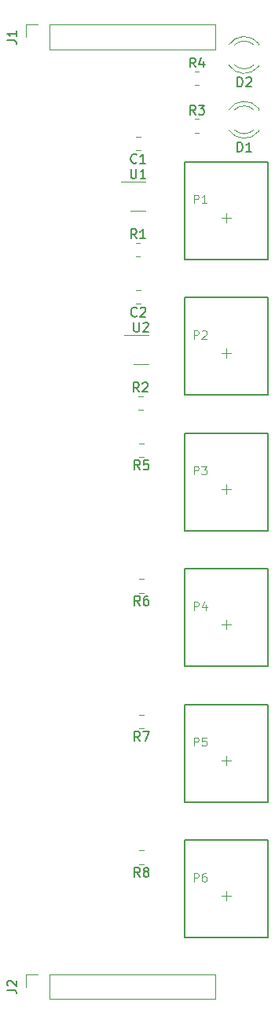
<source format=gbr>
%TF.GenerationSoftware,KiCad,Pcbnew,(6.0.10-0)*%
%TF.CreationDate,2023-01-16T20:28:56+10:30*%
%TF.ProjectId,BLE_Module_Front_Board,424c455f-4d6f-4647-956c-655f46726f6e,rev?*%
%TF.SameCoordinates,Original*%
%TF.FileFunction,Legend,Top*%
%TF.FilePolarity,Positive*%
%FSLAX46Y46*%
G04 Gerber Fmt 4.6, Leading zero omitted, Abs format (unit mm)*
G04 Created by KiCad (PCBNEW (6.0.10-0)) date 2023-01-16 20:28:56*
%MOMM*%
%LPD*%
G01*
G04 APERTURE LIST*
%ADD10C,0.080000*%
%ADD11C,0.150000*%
%ADD12C,0.127000*%
%ADD13C,0.120000*%
G04 APERTURE END LIST*
D10*
%TO.C,P6*%
X25046047Y-92801190D02*
X25046047Y-91881190D01*
X25396523Y-91881190D01*
X25484142Y-91925000D01*
X25527952Y-91968809D01*
X25571761Y-92056428D01*
X25571761Y-92187857D01*
X25527952Y-92275476D01*
X25484142Y-92319285D01*
X25396523Y-92363095D01*
X25046047Y-92363095D01*
X26360333Y-91881190D02*
X26185095Y-91881190D01*
X26097476Y-91925000D01*
X26053666Y-91968809D01*
X25966047Y-92100238D01*
X25922238Y-92275476D01*
X25922238Y-92625952D01*
X25966047Y-92713571D01*
X26009857Y-92757380D01*
X26097476Y-92801190D01*
X26272714Y-92801190D01*
X26360333Y-92757380D01*
X26404142Y-92713571D01*
X26447952Y-92625952D01*
X26447952Y-92406904D01*
X26404142Y-92319285D01*
X26360333Y-92275476D01*
X26272714Y-92231666D01*
X26097476Y-92231666D01*
X26009857Y-92275476D01*
X25966047Y-92319285D01*
X25922238Y-92406904D01*
D11*
%TO.C,C1*%
X18883333Y-15372142D02*
X18835714Y-15419761D01*
X18692857Y-15467380D01*
X18597619Y-15467380D01*
X18454761Y-15419761D01*
X18359523Y-15324523D01*
X18311904Y-15229285D01*
X18264285Y-15038809D01*
X18264285Y-14895952D01*
X18311904Y-14705476D01*
X18359523Y-14610238D01*
X18454761Y-14515000D01*
X18597619Y-14467380D01*
X18692857Y-14467380D01*
X18835714Y-14515000D01*
X18883333Y-14562619D01*
X19835714Y-15467380D02*
X19264285Y-15467380D01*
X19550000Y-15467380D02*
X19550000Y-14467380D01*
X19454761Y-14610238D01*
X19359523Y-14705476D01*
X19264285Y-14753095D01*
D10*
%TO.C,P3*%
X25046047Y-48986190D02*
X25046047Y-48066190D01*
X25396523Y-48066190D01*
X25484142Y-48110000D01*
X25527952Y-48153809D01*
X25571761Y-48241428D01*
X25571761Y-48372857D01*
X25527952Y-48460476D01*
X25484142Y-48504285D01*
X25396523Y-48548095D01*
X25046047Y-48548095D01*
X25878428Y-48066190D02*
X26447952Y-48066190D01*
X26141285Y-48416666D01*
X26272714Y-48416666D01*
X26360333Y-48460476D01*
X26404142Y-48504285D01*
X26447952Y-48591904D01*
X26447952Y-48810952D01*
X26404142Y-48898571D01*
X26360333Y-48942380D01*
X26272714Y-48986190D01*
X26009857Y-48986190D01*
X25922238Y-48942380D01*
X25878428Y-48898571D01*
D11*
%TO.C,R3*%
X25233333Y-10232380D02*
X24900000Y-9756190D01*
X24661904Y-10232380D02*
X24661904Y-9232380D01*
X25042857Y-9232380D01*
X25138095Y-9280000D01*
X25185714Y-9327619D01*
X25233333Y-9422857D01*
X25233333Y-9565714D01*
X25185714Y-9660952D01*
X25138095Y-9708571D01*
X25042857Y-9756190D01*
X24661904Y-9756190D01*
X25566666Y-9232380D02*
X26185714Y-9232380D01*
X25852380Y-9613333D01*
X25995238Y-9613333D01*
X26090476Y-9660952D01*
X26138095Y-9708571D01*
X26185714Y-9803809D01*
X26185714Y-10041904D01*
X26138095Y-10137142D01*
X26090476Y-10184761D01*
X25995238Y-10232380D01*
X25709523Y-10232380D01*
X25614285Y-10184761D01*
X25566666Y-10137142D01*
%TO.C,J2*%
X4952380Y-104448333D02*
X5666666Y-104448333D01*
X5809523Y-104495952D01*
X5904761Y-104591190D01*
X5952380Y-104734047D01*
X5952380Y-104829285D01*
X5047619Y-104019761D02*
X5000000Y-103972142D01*
X4952380Y-103876904D01*
X4952380Y-103638809D01*
X5000000Y-103543571D01*
X5047619Y-103495952D01*
X5142857Y-103448333D01*
X5238095Y-103448333D01*
X5380952Y-103495952D01*
X5952380Y-104067380D01*
X5952380Y-103448333D01*
%TO.C,R1*%
X18883333Y-23567380D02*
X18550000Y-23091190D01*
X18311904Y-23567380D02*
X18311904Y-22567380D01*
X18692857Y-22567380D01*
X18788095Y-22615000D01*
X18835714Y-22662619D01*
X18883333Y-22757857D01*
X18883333Y-22900714D01*
X18835714Y-22995952D01*
X18788095Y-23043571D01*
X18692857Y-23091190D01*
X18311904Y-23091190D01*
X19835714Y-23567380D02*
X19264285Y-23567380D01*
X19550000Y-23567380D02*
X19550000Y-22567380D01*
X19454761Y-22710238D01*
X19359523Y-22805476D01*
X19264285Y-22853095D01*
%TO.C,R2*%
X19153333Y-40077380D02*
X18820000Y-39601190D01*
X18581904Y-40077380D02*
X18581904Y-39077380D01*
X18962857Y-39077380D01*
X19058095Y-39125000D01*
X19105714Y-39172619D01*
X19153333Y-39267857D01*
X19153333Y-39410714D01*
X19105714Y-39505952D01*
X19058095Y-39553571D01*
X18962857Y-39601190D01*
X18581904Y-39601190D01*
X19534285Y-39172619D02*
X19581904Y-39125000D01*
X19677142Y-39077380D01*
X19915238Y-39077380D01*
X20010476Y-39125000D01*
X20058095Y-39172619D01*
X20105714Y-39267857D01*
X20105714Y-39363095D01*
X20058095Y-39505952D01*
X19486666Y-40077380D01*
X20105714Y-40077380D01*
D10*
%TO.C,P5*%
X25046047Y-78196190D02*
X25046047Y-77276190D01*
X25396523Y-77276190D01*
X25484142Y-77320000D01*
X25527952Y-77363809D01*
X25571761Y-77451428D01*
X25571761Y-77582857D01*
X25527952Y-77670476D01*
X25484142Y-77714285D01*
X25396523Y-77758095D01*
X25046047Y-77758095D01*
X26404142Y-77276190D02*
X25966047Y-77276190D01*
X25922238Y-77714285D01*
X25966047Y-77670476D01*
X26053666Y-77626666D01*
X26272714Y-77626666D01*
X26360333Y-77670476D01*
X26404142Y-77714285D01*
X26447952Y-77801904D01*
X26447952Y-78020952D01*
X26404142Y-78108571D01*
X26360333Y-78152380D01*
X26272714Y-78196190D01*
X26053666Y-78196190D01*
X25966047Y-78152380D01*
X25922238Y-78108571D01*
D11*
%TO.C,J1*%
X4952380Y-2213333D02*
X5666666Y-2213333D01*
X5809523Y-2260952D01*
X5904761Y-2356190D01*
X5952380Y-2499047D01*
X5952380Y-2594285D01*
X5952380Y-1213333D02*
X5952380Y-1784761D01*
X5952380Y-1499047D02*
X4952380Y-1499047D01*
X5095238Y-1594285D01*
X5190476Y-1689523D01*
X5238095Y-1784761D01*
D10*
%TO.C,P1*%
X25046047Y-19776190D02*
X25046047Y-18856190D01*
X25396523Y-18856190D01*
X25484142Y-18900000D01*
X25527952Y-18943809D01*
X25571761Y-19031428D01*
X25571761Y-19162857D01*
X25527952Y-19250476D01*
X25484142Y-19294285D01*
X25396523Y-19338095D01*
X25046047Y-19338095D01*
X26447952Y-19776190D02*
X25922238Y-19776190D01*
X26185095Y-19776190D02*
X26185095Y-18856190D01*
X26097476Y-18987619D01*
X26009857Y-19075238D01*
X25922238Y-19119047D01*
D11*
%TO.C,D1*%
X29746904Y-14207380D02*
X29746904Y-13207380D01*
X29985000Y-13207380D01*
X30127857Y-13255000D01*
X30223095Y-13350238D01*
X30270714Y-13445476D01*
X30318333Y-13635952D01*
X30318333Y-13778809D01*
X30270714Y-13969285D01*
X30223095Y-14064523D01*
X30127857Y-14159761D01*
X29985000Y-14207380D01*
X29746904Y-14207380D01*
X31270714Y-14207380D02*
X30699285Y-14207380D01*
X30985000Y-14207380D02*
X30985000Y-13207380D01*
X30889761Y-13350238D01*
X30794523Y-13445476D01*
X30699285Y-13493095D01*
%TO.C,U2*%
X18593095Y-32612380D02*
X18593095Y-33421904D01*
X18640714Y-33517142D01*
X18688333Y-33564761D01*
X18783571Y-33612380D01*
X18974047Y-33612380D01*
X19069285Y-33564761D01*
X19116904Y-33517142D01*
X19164523Y-33421904D01*
X19164523Y-32612380D01*
X19593095Y-32707619D02*
X19640714Y-32660000D01*
X19735952Y-32612380D01*
X19974047Y-32612380D01*
X20069285Y-32660000D01*
X20116904Y-32707619D01*
X20164523Y-32802857D01*
X20164523Y-32898095D01*
X20116904Y-33040952D01*
X19545476Y-33612380D01*
X20164523Y-33612380D01*
%TO.C,R5*%
X19248333Y-48447380D02*
X18915000Y-47971190D01*
X18676904Y-48447380D02*
X18676904Y-47447380D01*
X19057857Y-47447380D01*
X19153095Y-47495000D01*
X19200714Y-47542619D01*
X19248333Y-47637857D01*
X19248333Y-47780714D01*
X19200714Y-47875952D01*
X19153095Y-47923571D01*
X19057857Y-47971190D01*
X18676904Y-47971190D01*
X20153095Y-47447380D02*
X19676904Y-47447380D01*
X19629285Y-47923571D01*
X19676904Y-47875952D01*
X19772142Y-47828333D01*
X20010238Y-47828333D01*
X20105476Y-47875952D01*
X20153095Y-47923571D01*
X20200714Y-48018809D01*
X20200714Y-48256904D01*
X20153095Y-48352142D01*
X20105476Y-48399761D01*
X20010238Y-48447380D01*
X19772142Y-48447380D01*
X19676904Y-48399761D01*
X19629285Y-48352142D01*
D10*
%TO.C,P2*%
X25046047Y-34381190D02*
X25046047Y-33461190D01*
X25396523Y-33461190D01*
X25484142Y-33505000D01*
X25527952Y-33548809D01*
X25571761Y-33636428D01*
X25571761Y-33767857D01*
X25527952Y-33855476D01*
X25484142Y-33899285D01*
X25396523Y-33943095D01*
X25046047Y-33943095D01*
X25922238Y-33548809D02*
X25966047Y-33505000D01*
X26053666Y-33461190D01*
X26272714Y-33461190D01*
X26360333Y-33505000D01*
X26404142Y-33548809D01*
X26447952Y-33636428D01*
X26447952Y-33724047D01*
X26404142Y-33855476D01*
X25878428Y-34381190D01*
X26447952Y-34381190D01*
D11*
%TO.C,R4*%
X25233333Y-5132380D02*
X24900000Y-4656190D01*
X24661904Y-5132380D02*
X24661904Y-4132380D01*
X25042857Y-4132380D01*
X25138095Y-4180000D01*
X25185714Y-4227619D01*
X25233333Y-4322857D01*
X25233333Y-4465714D01*
X25185714Y-4560952D01*
X25138095Y-4608571D01*
X25042857Y-4656190D01*
X24661904Y-4656190D01*
X26090476Y-4465714D02*
X26090476Y-5132380D01*
X25852380Y-4084761D02*
X25614285Y-4799047D01*
X26233333Y-4799047D01*
%TO.C,U1*%
X18288095Y-16102380D02*
X18288095Y-16911904D01*
X18335714Y-17007142D01*
X18383333Y-17054761D01*
X18478571Y-17102380D01*
X18669047Y-17102380D01*
X18764285Y-17054761D01*
X18811904Y-17007142D01*
X18859523Y-16911904D01*
X18859523Y-16102380D01*
X19859523Y-17102380D02*
X19288095Y-17102380D01*
X19573809Y-17102380D02*
X19573809Y-16102380D01*
X19478571Y-16245238D01*
X19383333Y-16340476D01*
X19288095Y-16388095D01*
D10*
%TO.C,P4*%
X25046047Y-63591190D02*
X25046047Y-62671190D01*
X25396523Y-62671190D01*
X25484142Y-62715000D01*
X25527952Y-62758809D01*
X25571761Y-62846428D01*
X25571761Y-62977857D01*
X25527952Y-63065476D01*
X25484142Y-63109285D01*
X25396523Y-63153095D01*
X25046047Y-63153095D01*
X26360333Y-62977857D02*
X26360333Y-63591190D01*
X26141285Y-62627380D02*
X25922238Y-63284523D01*
X26491761Y-63284523D01*
D11*
%TO.C,R6*%
X19248333Y-63062380D02*
X18915000Y-62586190D01*
X18676904Y-63062380D02*
X18676904Y-62062380D01*
X19057857Y-62062380D01*
X19153095Y-62110000D01*
X19200714Y-62157619D01*
X19248333Y-62252857D01*
X19248333Y-62395714D01*
X19200714Y-62490952D01*
X19153095Y-62538571D01*
X19057857Y-62586190D01*
X18676904Y-62586190D01*
X20105476Y-62062380D02*
X19915000Y-62062380D01*
X19819761Y-62110000D01*
X19772142Y-62157619D01*
X19676904Y-62300476D01*
X19629285Y-62490952D01*
X19629285Y-62871904D01*
X19676904Y-62967142D01*
X19724523Y-63014761D01*
X19819761Y-63062380D01*
X20010238Y-63062380D01*
X20105476Y-63014761D01*
X20153095Y-62967142D01*
X20200714Y-62871904D01*
X20200714Y-62633809D01*
X20153095Y-62538571D01*
X20105476Y-62490952D01*
X20010238Y-62443333D01*
X19819761Y-62443333D01*
X19724523Y-62490952D01*
X19676904Y-62538571D01*
X19629285Y-62633809D01*
%TO.C,R7*%
X19248333Y-77667380D02*
X18915000Y-77191190D01*
X18676904Y-77667380D02*
X18676904Y-76667380D01*
X19057857Y-76667380D01*
X19153095Y-76715000D01*
X19200714Y-76762619D01*
X19248333Y-76857857D01*
X19248333Y-77000714D01*
X19200714Y-77095952D01*
X19153095Y-77143571D01*
X19057857Y-77191190D01*
X18676904Y-77191190D01*
X19581666Y-76667380D02*
X20248333Y-76667380D01*
X19819761Y-77667380D01*
%TO.C,R8*%
X19248333Y-92282380D02*
X18915000Y-91806190D01*
X18676904Y-92282380D02*
X18676904Y-91282380D01*
X19057857Y-91282380D01*
X19153095Y-91330000D01*
X19200714Y-91377619D01*
X19248333Y-91472857D01*
X19248333Y-91615714D01*
X19200714Y-91710952D01*
X19153095Y-91758571D01*
X19057857Y-91806190D01*
X18676904Y-91806190D01*
X19819761Y-91710952D02*
X19724523Y-91663333D01*
X19676904Y-91615714D01*
X19629285Y-91520476D01*
X19629285Y-91472857D01*
X19676904Y-91377619D01*
X19724523Y-91330000D01*
X19819761Y-91282380D01*
X20010238Y-91282380D01*
X20105476Y-91330000D01*
X20153095Y-91377619D01*
X20200714Y-91472857D01*
X20200714Y-91520476D01*
X20153095Y-91615714D01*
X20105476Y-91663333D01*
X20010238Y-91710952D01*
X19819761Y-91710952D01*
X19724523Y-91758571D01*
X19676904Y-91806190D01*
X19629285Y-91901428D01*
X19629285Y-92091904D01*
X19676904Y-92187142D01*
X19724523Y-92234761D01*
X19819761Y-92282380D01*
X20010238Y-92282380D01*
X20105476Y-92234761D01*
X20153095Y-92187142D01*
X20200714Y-92091904D01*
X20200714Y-91901428D01*
X20153095Y-91806190D01*
X20105476Y-91758571D01*
X20010238Y-91710952D01*
%TO.C,D2*%
X29746904Y-7222380D02*
X29746904Y-6222380D01*
X29985000Y-6222380D01*
X30127857Y-6270000D01*
X30223095Y-6365238D01*
X30270714Y-6460476D01*
X30318333Y-6650952D01*
X30318333Y-6793809D01*
X30270714Y-6984285D01*
X30223095Y-7079523D01*
X30127857Y-7174761D01*
X29985000Y-7222380D01*
X29746904Y-7222380D01*
X30699285Y-6317619D02*
X30746904Y-6270000D01*
X30842142Y-6222380D01*
X31080238Y-6222380D01*
X31175476Y-6270000D01*
X31223095Y-6317619D01*
X31270714Y-6412857D01*
X31270714Y-6508095D01*
X31223095Y-6650952D01*
X30651666Y-7222380D01*
X31270714Y-7222380D01*
%TO.C,C2*%
X18920833Y-31882142D02*
X18873214Y-31929761D01*
X18730357Y-31977380D01*
X18635119Y-31977380D01*
X18492261Y-31929761D01*
X18397023Y-31834523D01*
X18349404Y-31739285D01*
X18301785Y-31548809D01*
X18301785Y-31405952D01*
X18349404Y-31215476D01*
X18397023Y-31120238D01*
X18492261Y-31025000D01*
X18635119Y-30977380D01*
X18730357Y-30977380D01*
X18873214Y-31025000D01*
X18920833Y-31072619D01*
X19301785Y-31072619D02*
X19349404Y-31025000D01*
X19444642Y-30977380D01*
X19682738Y-30977380D01*
X19777976Y-31025000D01*
X19825595Y-31072619D01*
X19873214Y-31167857D01*
X19873214Y-31263095D01*
X19825595Y-31405952D01*
X19254166Y-31977380D01*
X19873214Y-31977380D01*
D12*
%TO.C,P6*%
X24075000Y-88345000D02*
X33075000Y-88345000D01*
X33075000Y-98845000D02*
X24075000Y-98845000D01*
D10*
X28075000Y-94345000D02*
X29075000Y-94345000D01*
D12*
X33075000Y-88345000D02*
X33075000Y-98845000D01*
X24075000Y-98845000D02*
X24075000Y-88345000D01*
D10*
X28575000Y-93845000D02*
X28575000Y-94845000D01*
D13*
%TO.C,C1*%
X19311252Y-12600000D02*
X18788748Y-12600000D01*
X19311252Y-14070000D02*
X18788748Y-14070000D01*
D12*
%TO.C,P3*%
X24075000Y-44530000D02*
X33075000Y-44530000D01*
D10*
X28075000Y-50530000D02*
X29075000Y-50530000D01*
D12*
X24075000Y-55030000D02*
X24075000Y-44530000D01*
X33075000Y-44530000D02*
X33075000Y-55030000D01*
X33075000Y-55030000D02*
X24075000Y-55030000D01*
D10*
X28575000Y-50030000D02*
X28575000Y-51030000D01*
D13*
%TO.C,R3*%
X25172936Y-10695000D02*
X25627064Y-10695000D01*
X25172936Y-12165000D02*
X25627064Y-12165000D01*
%TO.C,J2*%
X9540000Y-102785000D02*
X27380000Y-102785000D01*
X9540000Y-105445000D02*
X9540000Y-102785000D01*
X9540000Y-105445000D02*
X27380000Y-105445000D01*
X6940000Y-102785000D02*
X8270000Y-102785000D01*
X27380000Y-105445000D02*
X27380000Y-102785000D01*
X6940000Y-104115000D02*
X6940000Y-102785000D01*
%TO.C,R1*%
X18822936Y-25500000D02*
X19277064Y-25500000D01*
X18822936Y-24030000D02*
X19277064Y-24030000D01*
%TO.C,R2*%
X19092936Y-42010000D02*
X19547064Y-42010000D01*
X19092936Y-40540000D02*
X19547064Y-40540000D01*
D10*
%TO.C,P5*%
X28075000Y-79740000D02*
X29075000Y-79740000D01*
D12*
X33075000Y-84240000D02*
X24075000Y-84240000D01*
D10*
X28575000Y-79240000D02*
X28575000Y-80240000D01*
D12*
X24075000Y-84240000D02*
X24075000Y-73740000D01*
X24075000Y-73740000D02*
X33075000Y-73740000D01*
X33075000Y-73740000D02*
X33075000Y-84240000D01*
D13*
%TO.C,J1*%
X9540000Y-3210000D02*
X9540000Y-550000D01*
X9540000Y-550000D02*
X27380000Y-550000D01*
X6940000Y-1880000D02*
X6940000Y-550000D01*
X9540000Y-3210000D02*
X27380000Y-3210000D01*
X6940000Y-550000D02*
X8270000Y-550000D01*
X27380000Y-3210000D02*
X27380000Y-550000D01*
D10*
%TO.C,P1*%
X28075000Y-21320000D02*
X29075000Y-21320000D01*
D12*
X33075000Y-25820000D02*
X24075000Y-25820000D01*
D10*
X28575000Y-20820000D02*
X28575000Y-21820000D01*
D12*
X33075000Y-15320000D02*
X33075000Y-25820000D01*
X24075000Y-15320000D02*
X33075000Y-15320000D01*
X24075000Y-25820000D02*
X24075000Y-15320000D01*
D13*
%TO.C,D1*%
X32045000Y-12031000D02*
X32045000Y-11875000D01*
X32045000Y-9715000D02*
X32045000Y-9559000D01*
X29443870Y-11874837D02*
G75*
G03*
X31525961Y-11875000I1041130J1079837D01*
G01*
X28812665Y-11873608D02*
G75*
G03*
X32045000Y-12030516I1672335J1078608D01*
G01*
X31525961Y-9715000D02*
G75*
G03*
X29443870Y-9715163I-1040961J-1080000D01*
G01*
X32045000Y-9559484D02*
G75*
G03*
X28812665Y-9716392I-1560000J-1235516D01*
G01*
%TO.C,U2*%
X19355000Y-37120000D02*
X20155000Y-37120000D01*
X19355000Y-34000000D02*
X20155000Y-34000000D01*
X19355000Y-34000000D02*
X17555000Y-34000000D01*
X19355000Y-37120000D02*
X18555000Y-37120000D01*
%TO.C,R5*%
X19642064Y-45610000D02*
X19187936Y-45610000D01*
X19642064Y-47080000D02*
X19187936Y-47080000D01*
D12*
%TO.C,P2*%
X33075000Y-29925000D02*
X33075000Y-40425000D01*
D10*
X28575000Y-35425000D02*
X28575000Y-36425000D01*
D12*
X24075000Y-40425000D02*
X24075000Y-29925000D01*
X24075000Y-29925000D02*
X33075000Y-29925000D01*
X33075000Y-40425000D02*
X24075000Y-40425000D01*
D10*
X28075000Y-35925000D02*
X29075000Y-35925000D01*
D13*
%TO.C,R4*%
X25172936Y-7065000D02*
X25627064Y-7065000D01*
X25172936Y-5595000D02*
X25627064Y-5595000D01*
%TO.C,U1*%
X19050000Y-17490000D02*
X19850000Y-17490000D01*
X19050000Y-17490000D02*
X17250000Y-17490000D01*
X19050000Y-20610000D02*
X19850000Y-20610000D01*
X19050000Y-20610000D02*
X18250000Y-20610000D01*
D12*
%TO.C,P4*%
X24075000Y-59135000D02*
X33075000Y-59135000D01*
D10*
X28575000Y-64635000D02*
X28575000Y-65635000D01*
D12*
X24075000Y-69635000D02*
X24075000Y-59135000D01*
D10*
X28075000Y-65135000D02*
X29075000Y-65135000D01*
D12*
X33075000Y-69635000D02*
X24075000Y-69635000D01*
X33075000Y-59135000D02*
X33075000Y-69635000D01*
D13*
%TO.C,R6*%
X19642064Y-61695000D02*
X19187936Y-61695000D01*
X19642064Y-60225000D02*
X19187936Y-60225000D01*
%TO.C,R7*%
X19642064Y-76300000D02*
X19187936Y-76300000D01*
X19642064Y-74830000D02*
X19187936Y-74830000D01*
%TO.C,R8*%
X19642064Y-90915000D02*
X19187936Y-90915000D01*
X19642064Y-89445000D02*
X19187936Y-89445000D01*
%TO.C,D2*%
X32045000Y-5046000D02*
X32045000Y-4890000D01*
X32045000Y-2730000D02*
X32045000Y-2574000D01*
X32045000Y-2574484D02*
G75*
G03*
X28812665Y-2731392I-1560000J-1235516D01*
G01*
X31525961Y-2730000D02*
G75*
G03*
X29443870Y-2730163I-1040961J-1080000D01*
G01*
X28812665Y-4888608D02*
G75*
G03*
X32045000Y-5045516I1672335J1078608D01*
G01*
X29443870Y-4889837D02*
G75*
G03*
X31525961Y-4890000I1041130J1079837D01*
G01*
%TO.C,C2*%
X19348752Y-29110000D02*
X18826248Y-29110000D01*
X19348752Y-30580000D02*
X18826248Y-30580000D01*
%TD*%
M02*

</source>
